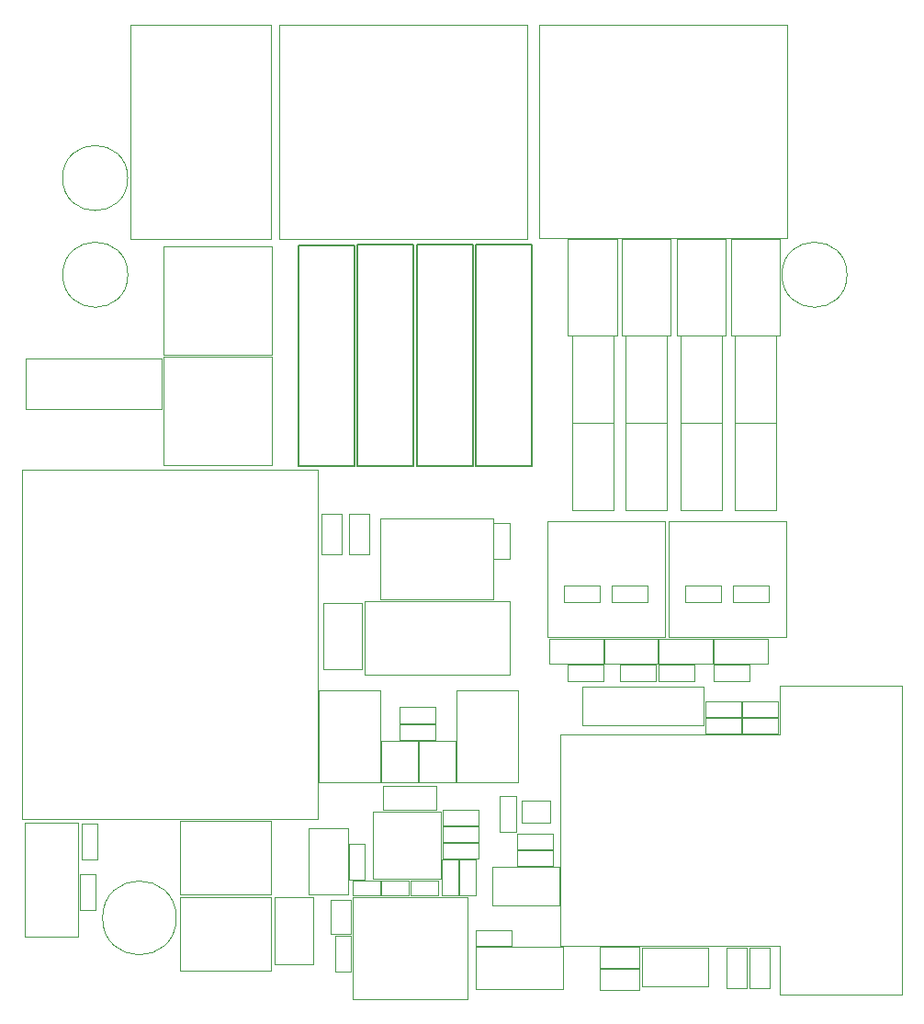
<source format=gbr>
G04 #@! TF.GenerationSoftware,KiCad,Pcbnew,(6.0.4)*
G04 #@! TF.CreationDate,2022-05-30T19:30:28+02:00*
G04 #@! TF.ProjectId,hamodule,68616d6f-6475-46c6-952e-6b696361645f,rev?*
G04 #@! TF.SameCoordinates,Original*
G04 #@! TF.FileFunction,Other,User*
%FSLAX46Y46*%
G04 Gerber Fmt 4.6, Leading zero omitted, Abs format (unit mm)*
G04 Created by KiCad (PCBNEW (6.0.4)) date 2022-05-30 19:30:28*
%MOMM*%
%LPD*%
G01*
G04 APERTURE LIST*
%ADD10C,0.050000*%
%ADD11C,0.150000*%
G04 APERTURE END LIST*
D10*
X152358500Y-142738700D02*
X148758500Y-142738700D01*
X152358500Y-148888700D02*
X152358500Y-142738700D01*
X148758500Y-142738700D02*
X148758500Y-148888700D01*
X148758500Y-148888700D02*
X152358500Y-148888700D01*
X179180400Y-121253900D02*
X179180400Y-118953900D01*
X184140400Y-118953900D02*
X184140400Y-121253900D01*
X179180400Y-118953900D02*
X184140400Y-118953900D01*
X184140400Y-121253900D02*
X179180400Y-121253900D01*
X176197500Y-91036100D02*
X180037500Y-91036100D01*
X176197500Y-99036100D02*
X176197500Y-91036100D01*
X180037500Y-99036100D02*
X176197500Y-99036100D01*
X180037500Y-91036100D02*
X180037500Y-99036100D01*
X181150500Y-91036100D02*
X184990500Y-91036100D01*
X181150500Y-99036100D02*
X181150500Y-91036100D01*
X184990500Y-99036100D02*
X181150500Y-99036100D01*
X184990500Y-91036100D02*
X184990500Y-99036100D01*
X138386500Y-93093500D02*
X138386500Y-97793500D01*
X125886500Y-93093500D02*
X138386500Y-93093500D01*
X125886500Y-93093500D02*
X125886500Y-97793500D01*
X125886500Y-97793500D02*
X138386500Y-97793500D01*
X181150500Y-99087900D02*
X184990500Y-99087900D01*
X181150500Y-107087900D02*
X181150500Y-99087900D01*
X184990500Y-107087900D02*
X181150500Y-107087900D01*
X184990500Y-99087900D02*
X184990500Y-107087900D01*
X176197500Y-99087900D02*
X180037500Y-99087900D01*
X176197500Y-107087900D02*
X176197500Y-99087900D01*
X180037500Y-107087900D02*
X176197500Y-107087900D01*
X180037500Y-99087900D02*
X180037500Y-107087900D01*
X157554500Y-111138500D02*
X155654500Y-111138500D01*
X155654500Y-111138500D02*
X155654500Y-107438500D01*
X155654500Y-107438500D02*
X157554500Y-107438500D01*
X157554500Y-107438500D02*
X157554500Y-111138500D01*
X153114500Y-111147500D02*
X153114500Y-107447500D01*
X155014500Y-107447500D02*
X155014500Y-111147500D01*
X155014500Y-111147500D02*
X153114500Y-111147500D01*
X153114500Y-107447500D02*
X155014500Y-107447500D01*
X148459300Y-135753500D02*
X140059300Y-135753500D01*
X140059300Y-142503500D02*
X148459300Y-142503500D01*
X148459300Y-142503500D02*
X148459300Y-135753500D01*
X140059300Y-135753500D02*
X140059300Y-142503500D01*
X153280500Y-121765500D02*
X156880500Y-121765500D01*
X153280500Y-115615500D02*
X153280500Y-121765500D01*
X156880500Y-121765500D02*
X156880500Y-115615500D01*
X156880500Y-115615500D02*
X153280500Y-115615500D01*
X132330000Y-140650000D02*
X132330000Y-143950000D01*
X132330000Y-143950000D02*
X130870000Y-143950000D01*
X130870000Y-140650000D02*
X132330000Y-140650000D01*
X130870000Y-143950000D02*
X130870000Y-140650000D01*
X131010000Y-139243000D02*
X131010000Y-135943000D01*
X131010000Y-135943000D02*
X132470000Y-135943000D01*
X132470000Y-139243000D02*
X131010000Y-139243000D01*
X132470000Y-135943000D02*
X132470000Y-139243000D01*
X170476500Y-115464500D02*
X157076500Y-115464500D01*
X157076500Y-115464500D02*
X157076500Y-122214500D01*
X157076500Y-122214500D02*
X170476500Y-122214500D01*
X170476500Y-122214500D02*
X170476500Y-115464500D01*
X170440100Y-108318200D02*
X170440100Y-111618200D01*
X170440100Y-111618200D02*
X168980100Y-111618200D01*
X168980100Y-108318200D02*
X170440100Y-108318200D01*
X168980100Y-111618200D02*
X168980100Y-108318200D01*
X125536100Y-135543500D02*
X125536100Y-103343500D01*
X125536100Y-103343500D02*
X152736100Y-103343500D01*
X152736100Y-103343500D02*
X152736100Y-135543500D01*
X152736100Y-135543500D02*
X125536100Y-135543500D01*
X125800000Y-146390000D02*
X130710000Y-146390000D01*
X125800000Y-135890000D02*
X125800000Y-146390000D01*
X130710000Y-146390000D02*
X130710000Y-135890000D01*
X130710000Y-135890000D02*
X125800000Y-135890000D01*
D11*
X150997800Y-82675598D02*
X150997800Y-82675598D01*
X150997800Y-82675598D02*
X150997800Y-103025598D01*
X150997800Y-103025598D02*
X156147800Y-103025598D01*
X156147800Y-103025598D02*
X156147800Y-82675598D01*
X156147800Y-82675598D02*
X150997800Y-82675598D01*
X156395300Y-82656099D02*
X156395300Y-82656099D01*
X156395300Y-82656099D02*
X156395300Y-103006099D01*
X156395300Y-103006099D02*
X161545300Y-103006099D01*
X161545300Y-103006099D02*
X161545300Y-82656099D01*
X161545300Y-82656099D02*
X156395300Y-82656099D01*
X167340500Y-82656099D02*
X167340500Y-82656099D01*
X167340500Y-82656099D02*
X167340500Y-103006099D01*
X167340500Y-103006099D02*
X172490500Y-103006099D01*
X172490500Y-103006099D02*
X172490500Y-82656099D01*
X172490500Y-82656099D02*
X167340500Y-82656099D01*
D10*
X172101902Y-82107500D02*
X172101902Y-62397100D01*
X172101902Y-62397100D02*
X149191102Y-62397100D01*
X149191102Y-62397100D02*
X149191102Y-82107500D01*
X149191102Y-82107500D02*
X172101902Y-82107500D01*
X148454102Y-82131099D02*
X148454102Y-62420699D01*
X148454102Y-62420699D02*
X135546102Y-62420699D01*
X135546102Y-62420699D02*
X135546102Y-82131099D01*
X135546102Y-82131099D02*
X148454102Y-82131099D01*
X196061902Y-82067499D02*
X196061902Y-62357099D01*
X196061902Y-62357099D02*
X173151102Y-62357099D01*
X173151102Y-62357099D02*
X173151102Y-82067499D01*
X173151102Y-82067499D02*
X196061902Y-82067499D01*
X148536500Y-82823500D02*
X148536500Y-92823500D01*
X138536500Y-92823500D02*
X138536500Y-82823500D01*
X138536500Y-92823500D02*
X148536500Y-92823500D01*
X148536500Y-82823500D02*
X138536500Y-82823500D01*
X201564500Y-85407500D02*
G75*
G03*
X201564500Y-85407500I-3000000J0D01*
G01*
X135270500Y-85407500D02*
G75*
G03*
X135270500Y-85407500I-3000000J0D01*
G01*
D11*
X161943000Y-82656099D02*
X161943000Y-82656099D01*
X161943000Y-82656099D02*
X161943000Y-103006099D01*
X161943000Y-103006099D02*
X167093000Y-103006099D01*
X167093000Y-103006099D02*
X167093000Y-82656099D01*
X167093000Y-82656099D02*
X161943000Y-82656099D01*
D10*
X135256500Y-76503500D02*
G75*
G03*
X135256500Y-76503500I-3000000J0D01*
G01*
X168916500Y-107883500D02*
X158516500Y-107883500D01*
X158516500Y-107883500D02*
X158516500Y-115283500D01*
X158516500Y-115283500D02*
X168916500Y-115283500D01*
X168916500Y-115283500D02*
X168916500Y-107883500D01*
X180632000Y-121355100D02*
X183932000Y-121355100D01*
X183932000Y-121355100D02*
X183932000Y-122815100D01*
X180632000Y-122815100D02*
X180632000Y-121355100D01*
X183932000Y-122815100D02*
X180632000Y-122815100D01*
X187513400Y-122815100D02*
X184213400Y-122815100D01*
X184213400Y-122815100D02*
X184213400Y-121355100D01*
X187513400Y-121355100D02*
X187513400Y-122815100D01*
X184213400Y-121355100D02*
X187513400Y-121355100D01*
X189157300Y-118953900D02*
X189157300Y-121253900D01*
X184197300Y-121253900D02*
X184197300Y-118953900D01*
X189157300Y-121253900D02*
X184197300Y-121253900D01*
X184197300Y-118953900D02*
X189157300Y-118953900D01*
X189265000Y-121253900D02*
X189265000Y-118953900D01*
X194225000Y-118953900D02*
X194225000Y-121253900D01*
X189265000Y-118953900D02*
X194225000Y-118953900D01*
X194225000Y-121253900D02*
X189265000Y-121253900D01*
X191208900Y-99087900D02*
X195048900Y-99087900D01*
X191208900Y-107087900D02*
X191208900Y-99087900D01*
X195048900Y-107087900D02*
X191208900Y-107087900D01*
X195048900Y-99087900D02*
X195048900Y-107087900D01*
X186179700Y-91036100D02*
X190019700Y-91036100D01*
X186179700Y-99036100D02*
X186179700Y-91036100D01*
X190019700Y-99036100D02*
X186179700Y-99036100D01*
X190019700Y-91036100D02*
X190019700Y-99036100D01*
X191208900Y-91036100D02*
X195048900Y-91036100D01*
X191208900Y-99036100D02*
X191208900Y-91036100D01*
X195048900Y-99036100D02*
X191208900Y-99036100D01*
X195048900Y-91036100D02*
X195048900Y-99036100D01*
X173972100Y-118789100D02*
X184772100Y-118789100D01*
X173972100Y-108089100D02*
X173972100Y-118789100D01*
X184772100Y-118789100D02*
X184772100Y-108089100D01*
X184772100Y-108089100D02*
X173972100Y-108089100D01*
X185148100Y-118789100D02*
X195948100Y-118789100D01*
X185148100Y-108089100D02*
X185148100Y-118789100D01*
X195948100Y-118789100D02*
X195948100Y-108089100D01*
X195948100Y-108089100D02*
X185148100Y-108089100D01*
X186179700Y-99087900D02*
X190019700Y-99087900D01*
X186179700Y-107087900D02*
X186179700Y-99087900D01*
X190019700Y-107087900D02*
X186179700Y-107087900D01*
X190019700Y-99087900D02*
X190019700Y-107087900D01*
X179082800Y-122815100D02*
X175782800Y-122815100D01*
X175782800Y-122815100D02*
X175782800Y-121355100D01*
X179082800Y-121355100D02*
X179082800Y-122815100D01*
X175782800Y-121355100D02*
X179082800Y-121355100D01*
X189293400Y-121355100D02*
X192593400Y-121355100D01*
X192593400Y-121355100D02*
X192593400Y-122815100D01*
X189293400Y-122815100D02*
X189293400Y-121355100D01*
X192593400Y-122815100D02*
X189293400Y-122815100D01*
X188518500Y-124682500D02*
X191818500Y-124682500D01*
X191818500Y-126142500D02*
X188518500Y-126142500D01*
X188518500Y-126142500D02*
X188518500Y-124682500D01*
X191818500Y-124682500D02*
X191818500Y-126142500D01*
X191871500Y-124682500D02*
X195171500Y-124682500D01*
X195171500Y-124682500D02*
X195171500Y-126142500D01*
X191871500Y-126142500D02*
X191871500Y-124682500D01*
X195171500Y-126142500D02*
X191871500Y-126142500D01*
X191806000Y-127666500D02*
X188506000Y-127666500D01*
X188506000Y-127666500D02*
X188506000Y-126206500D01*
X191806000Y-126206500D02*
X191806000Y-127666500D01*
X188506000Y-126206500D02*
X191806000Y-126206500D01*
X162096500Y-128316000D02*
X162096500Y-132156000D01*
X165496500Y-132156000D02*
X165496500Y-128316000D01*
X162096500Y-132156000D02*
X165496500Y-132156000D01*
X165496500Y-128316000D02*
X162096500Y-128316000D01*
X160334000Y-126783500D02*
X163634000Y-126783500D01*
X163634000Y-128243500D02*
X160334000Y-128243500D01*
X160334000Y-128243500D02*
X160334000Y-126783500D01*
X163634000Y-126783500D02*
X163634000Y-128243500D01*
X163634000Y-126713500D02*
X160334000Y-126713500D01*
X160334000Y-125253500D02*
X163634000Y-125253500D01*
X163634000Y-125253500D02*
X163634000Y-126713500D01*
X160334000Y-126713500D02*
X160334000Y-125253500D01*
X156033000Y-142600900D02*
X156033000Y-141200900D01*
X158533000Y-142600900D02*
X156033000Y-142600900D01*
X156033000Y-141200900D02*
X158533000Y-141200900D01*
X158533000Y-141200900D02*
X158533000Y-142600900D01*
X148459300Y-142730100D02*
X140059300Y-142730100D01*
X140059300Y-149480100D02*
X148459300Y-149480100D01*
X148459300Y-149480100D02*
X148459300Y-142730100D01*
X140059300Y-142730100D02*
X140059300Y-149480100D01*
X165566500Y-132153500D02*
X171266500Y-132153500D01*
X171266500Y-132153500D02*
X171266500Y-123653500D01*
X171266500Y-123653500D02*
X165566500Y-123653500D01*
X165566500Y-123653500D02*
X165566500Y-132153500D01*
X158556500Y-123683500D02*
X152856500Y-123683500D01*
X152856500Y-123683500D02*
X152856500Y-132183500D01*
X152856500Y-132183500D02*
X158556500Y-132183500D01*
X158556500Y-132183500D02*
X158556500Y-123683500D01*
X165704900Y-139290800D02*
X165704900Y-142590800D01*
X165704900Y-142590800D02*
X164244900Y-142590800D01*
X164244900Y-139290800D02*
X165704900Y-139290800D01*
X164244900Y-142590800D02*
X164244900Y-139290800D01*
X164328000Y-134680900D02*
X167628000Y-134680900D01*
X167628000Y-136140900D02*
X164328000Y-136140900D01*
X164328000Y-136140900D02*
X164328000Y-134680900D01*
X167628000Y-134680900D02*
X167628000Y-136140900D01*
X167628000Y-139188900D02*
X164328000Y-139188900D01*
X164328000Y-137728900D02*
X167628000Y-137728900D01*
X167628000Y-137728900D02*
X167628000Y-139188900D01*
X164328000Y-139188900D02*
X164328000Y-137728900D01*
X164328000Y-136204900D02*
X167628000Y-136204900D01*
X167628000Y-137664900D02*
X164328000Y-137664900D01*
X164328000Y-137664900D02*
X164328000Y-136204900D01*
X167628000Y-136204900D02*
X167628000Y-137664900D01*
X167304900Y-139297300D02*
X167304900Y-142597300D01*
X167304900Y-142597300D02*
X165844900Y-142597300D01*
X165844900Y-139297300D02*
X167304900Y-139297300D01*
X165844900Y-142597300D02*
X165844900Y-139297300D01*
X157136500Y-137815500D02*
X157136500Y-141115500D01*
X155676500Y-141115500D02*
X155676500Y-137815500D01*
X155676500Y-137815500D02*
X157136500Y-137815500D01*
X157136500Y-141115500D02*
X155676500Y-141115500D01*
X153926500Y-142964100D02*
X153926500Y-146164100D01*
X155826500Y-142964100D02*
X153926500Y-142964100D01*
X155826500Y-146164100D02*
X153926500Y-146164100D01*
X155826500Y-142964100D02*
X155826500Y-146164100D01*
X158633000Y-142600900D02*
X158633000Y-141200900D01*
X161133000Y-142600900D02*
X158633000Y-142600900D01*
X158633000Y-141200900D02*
X161133000Y-141200900D01*
X161133000Y-141200900D02*
X161133000Y-142600900D01*
X163843000Y-141200900D02*
X163843000Y-142600900D01*
X161343000Y-141200900D02*
X163843000Y-141200900D01*
X163843000Y-142600900D02*
X161343000Y-142600900D01*
X161343000Y-142600900D02*
X161343000Y-141200900D01*
X206610500Y-123236500D02*
X206610500Y-151736500D01*
X195330500Y-123236500D02*
X195330500Y-127736500D01*
X206610500Y-123236500D02*
X195330500Y-123236500D01*
X175110500Y-127736500D02*
X175110500Y-147236500D01*
X195330500Y-147236500D02*
X195330500Y-151736500D01*
X206610500Y-151736500D02*
X195330500Y-151736500D01*
X175110500Y-127736500D02*
X195330500Y-127736500D01*
X195330500Y-147236500D02*
X175110500Y-147236500D01*
X158636500Y-128326000D02*
X158636500Y-132166000D01*
X162036500Y-132166000D02*
X162036500Y-128326000D01*
X158636500Y-132166000D02*
X162036500Y-132166000D01*
X162036500Y-128326000D02*
X158636500Y-128326000D01*
X188355700Y-126882300D02*
X177155700Y-126882300D01*
X177155700Y-123332300D02*
X188355700Y-123332300D01*
X177155700Y-126882300D02*
X177155700Y-123332300D01*
X188355700Y-123332300D02*
X188355700Y-126882300D01*
X182642100Y-147361500D02*
X182642100Y-150961500D01*
X188792100Y-147361500D02*
X182642100Y-147361500D01*
X182642100Y-150961500D02*
X188792100Y-150961500D01*
X188792100Y-150961500D02*
X188792100Y-147361500D01*
X158779000Y-132455500D02*
X163679000Y-132455500D01*
X163679000Y-134695500D02*
X158779000Y-134695500D01*
X158779000Y-134695500D02*
X158779000Y-132455500D01*
X163679000Y-132455500D02*
X163679000Y-134695500D01*
X182428000Y-151254500D02*
X178728000Y-151254500D01*
X178728000Y-149354500D02*
X182428000Y-149354500D01*
X182428000Y-149354500D02*
X182428000Y-151254500D01*
X178728000Y-151254500D02*
X178728000Y-149354500D01*
X182428000Y-149222500D02*
X178728000Y-149222500D01*
X178728000Y-147322500D02*
X182428000Y-147322500D01*
X182428000Y-147322500D02*
X182428000Y-149222500D01*
X178728000Y-149222500D02*
X178728000Y-147322500D01*
X157883000Y-134840900D02*
X157883000Y-141040900D01*
X164083000Y-141040900D02*
X164083000Y-134840900D01*
X157883000Y-141040900D02*
X164083000Y-141040900D01*
X164083000Y-134840900D02*
X157883000Y-134840900D01*
X191861000Y-126206500D02*
X195161000Y-126206500D01*
X195161000Y-126206500D02*
X195161000Y-127666500D01*
X191861000Y-127666500D02*
X191861000Y-126206500D01*
X195161000Y-127666500D02*
X191861000Y-127666500D01*
X179085800Y-118953900D02*
X179085800Y-121253900D01*
X174125800Y-121253900D02*
X174125800Y-118953900D01*
X179085800Y-121253900D02*
X174125800Y-121253900D01*
X174125800Y-118953900D02*
X179085800Y-118953900D01*
X151933500Y-142508300D02*
X155533500Y-142508300D01*
X151933500Y-136358300D02*
X151933500Y-142508300D01*
X155533500Y-142508300D02*
X155533500Y-136358300D01*
X155533500Y-136358300D02*
X151933500Y-136358300D01*
X171026500Y-133398600D02*
X171026500Y-136698600D01*
X171026500Y-136698600D02*
X169566500Y-136698600D01*
X169566500Y-133398600D02*
X171026500Y-133398600D01*
X169566500Y-136698600D02*
X169566500Y-133398600D01*
X167359000Y-145783500D02*
X170659000Y-145783500D01*
X170659000Y-147243500D02*
X167359000Y-147243500D01*
X167359000Y-147243500D02*
X167359000Y-145783500D01*
X170659000Y-145783500D02*
X170659000Y-147243500D01*
X186676400Y-114065300D02*
X189976400Y-114065300D01*
X189976400Y-115525300D02*
X186676400Y-115525300D01*
X186676400Y-115525300D02*
X186676400Y-114065300D01*
X189976400Y-114065300D02*
X189976400Y-115525300D01*
X185320500Y-90975500D02*
X180820500Y-90975500D01*
X180820500Y-90975500D02*
X180820500Y-82125500D01*
X180820500Y-82125500D02*
X185320500Y-82125500D01*
X185320500Y-82125500D02*
X185320500Y-90975500D01*
X175504200Y-114065300D02*
X178804200Y-114065300D01*
X178804200Y-115525300D02*
X175504200Y-115525300D01*
X175504200Y-115525300D02*
X175504200Y-114065300D01*
X178804200Y-114065300D02*
X178804200Y-115525300D01*
X195378900Y-90975500D02*
X190878900Y-90975500D01*
X190878900Y-90975500D02*
X190878900Y-82125500D01*
X190878900Y-82125500D02*
X195378900Y-82125500D01*
X195378900Y-82125500D02*
X195378900Y-90975500D01*
X168900700Y-139919300D02*
X168900700Y-143519300D01*
X175050700Y-139919300D02*
X168900700Y-139919300D01*
X168900700Y-143519300D02*
X175050700Y-143519300D01*
X175050700Y-143519300D02*
X175050700Y-139919300D01*
X192534500Y-147392500D02*
X194434500Y-147392500D01*
X194434500Y-147392500D02*
X194434500Y-151092500D01*
X194434500Y-151092500D02*
X192534500Y-151092500D01*
X192534500Y-151092500D02*
X192534500Y-147392500D01*
X155953000Y-142730900D02*
X166593000Y-142730900D01*
X166593000Y-142730900D02*
X166593000Y-152150900D01*
X155953000Y-152150900D02*
X166593000Y-152150900D01*
X155953000Y-142730900D02*
X155953000Y-152150900D01*
X194345200Y-115525300D02*
X191045200Y-115525300D01*
X191045200Y-114065300D02*
X194345200Y-114065300D01*
X194345200Y-114065300D02*
X194345200Y-115525300D01*
X191045200Y-115525300D02*
X191045200Y-114065300D01*
X190349700Y-90975500D02*
X185849700Y-90975500D01*
X185849700Y-90975500D02*
X185849700Y-82125500D01*
X185849700Y-82125500D02*
X190349700Y-82125500D01*
X190349700Y-82125500D02*
X190349700Y-90975500D01*
X148536500Y-92953500D02*
X148536500Y-102953500D01*
X138536500Y-102953500D02*
X138536500Y-92953500D01*
X138536500Y-102953500D02*
X148536500Y-102953500D01*
X148536500Y-92953500D02*
X138536500Y-92953500D01*
X167376500Y-151163500D02*
X167376500Y-147323500D01*
X175376500Y-151163500D02*
X167376500Y-151163500D01*
X175376500Y-147323500D02*
X175376500Y-151163500D01*
X167376500Y-147323500D02*
X175376500Y-147323500D01*
X171579200Y-135855500D02*
X174220800Y-135855500D01*
X171579200Y-133855500D02*
X171579200Y-135855500D01*
X174220800Y-133855500D02*
X171579200Y-133855500D01*
X174220800Y-135855500D02*
X174220800Y-133855500D01*
X171131600Y-136874500D02*
X174431600Y-136874500D01*
X174431600Y-138334500D02*
X171131600Y-138334500D01*
X171131600Y-138334500D02*
X171131600Y-136874500D01*
X174431600Y-136874500D02*
X174431600Y-138334500D01*
X139734500Y-144650000D02*
G75*
G03*
X139734500Y-144650000I-3400000J0D01*
G01*
X180342100Y-90975500D02*
X175842100Y-90975500D01*
X175842100Y-90975500D02*
X175842100Y-82125500D01*
X175842100Y-82125500D02*
X180342100Y-82125500D01*
X180342100Y-82125500D02*
X180342100Y-90975500D01*
X183173000Y-115525300D02*
X179873000Y-115525300D01*
X179873000Y-114065300D02*
X183173000Y-114065300D01*
X183173000Y-114065300D02*
X183173000Y-115525300D01*
X179873000Y-115525300D02*
X179873000Y-114065300D01*
X171131600Y-138398500D02*
X174431600Y-138398500D01*
X174431600Y-139858500D02*
X171131600Y-139858500D01*
X171131600Y-139858500D02*
X171131600Y-138398500D01*
X174431600Y-138398500D02*
X174431600Y-139858500D01*
X190457500Y-151092500D02*
X190457500Y-147392500D01*
X192357500Y-147392500D02*
X192357500Y-151092500D01*
X192357500Y-151092500D02*
X190457500Y-151092500D01*
X190457500Y-147392500D02*
X192357500Y-147392500D01*
X155816500Y-146276000D02*
X155816500Y-149576000D01*
X154356500Y-149576000D02*
X154356500Y-146276000D01*
X154356500Y-146276000D02*
X155816500Y-146276000D01*
X155816500Y-149576000D02*
X154356500Y-149576000D01*
M02*

</source>
